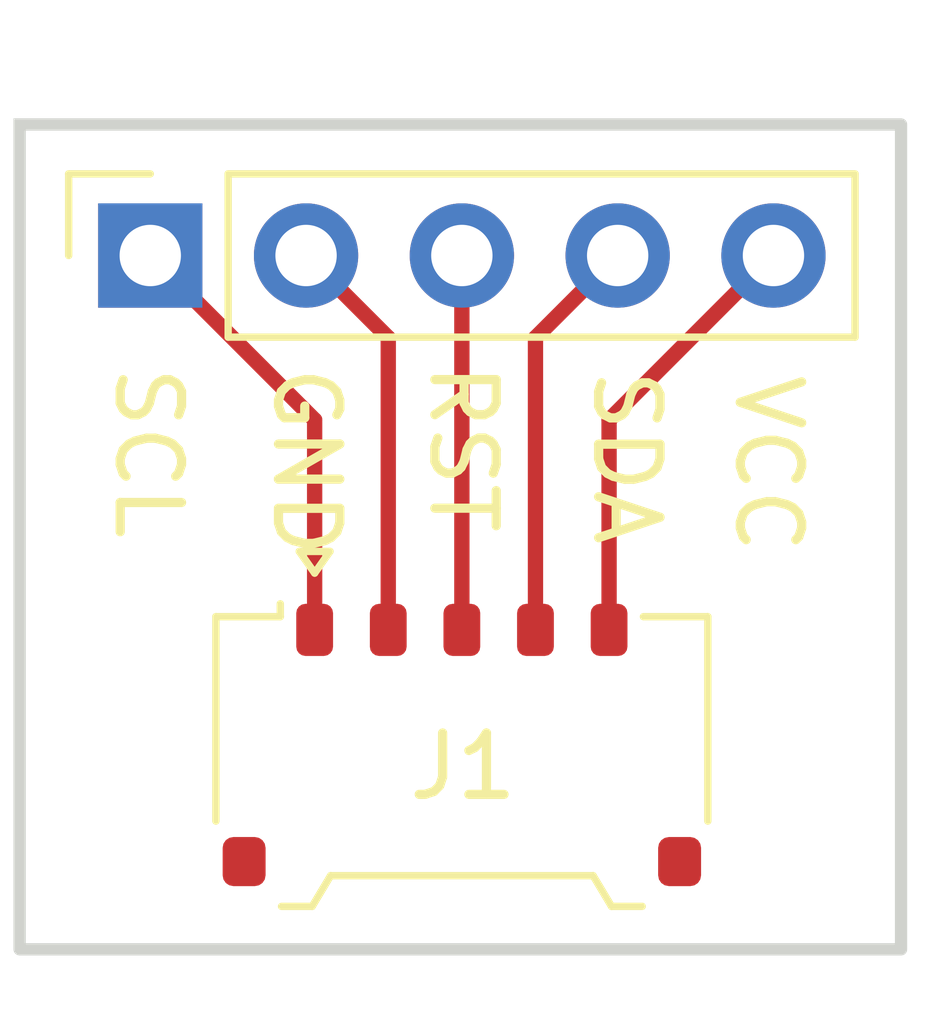
<source format=kicad_pcb>
(kicad_pcb (version 20221018) (generator pcbnew)
  (layers (0 "F.Cu" signal) (31 "B.Cu" signal) (34 "B.Paste" user) (35 "F.Paste" user) (36 "B.SilkS" user "B.Silkscreen") (37 "F.SilkS" user "F.Silkscreen") (38 "B.Mask" user) (39 "F.Mask" user) (44 "Edge.Cuts" user))
  (net 0 "")
  (net 1 "Net-(J1-Pin_1)")
  (net 2 "Net-(J1-Pin_2)")
  (net 3 "Net-(J1-Pin_3)")
  (net 4 "Net-(J1-Pin_4)")
  (net 5 "Net-(J1-Pin_5)")
  (footprint "Connector_Molex:Molex_Pico-EZmate_78171-0005_1x05-1MP_P1.20mm_Vertical" (layer "F.Cu") (at 23 26)
    (fp_text reference "J1" (at 0.02 0.35) (layer "F.SilkS"))
    (fp_text value "Conn_01x05_Socket")
    (fp_line (start -4.01 -2.09) (end -2.96 -2.09) (stroke (width 0.12)) (layer "F.SilkS"))
    (fp_line (start -4.01 1.24) (end -4.01 -2.09) (stroke (width 0.12)) (layer "F.SilkS"))
    (fp_line (start -2.96 -2.09) (end -2.96 -2.3) (stroke (width 0.12)) (layer "F.SilkS"))
    (fp_line (start -2.94 2.63) (end -2.44 2.63) (stroke (width 0.12)) (layer "F.SilkS"))
    (fp_line (start -2.65 -3.153553) (end -2.4 -2.8) (stroke (width 0.12)) (layer "F.SilkS"))
    (fp_line (start -2.44 2.63) (end -2.14 2.13) (stroke (width 0.12)) (layer "F.SilkS"))
    (fp_line (start -2.4 -2.8) (end -2.15 -3.153553) (stroke (width 0.12)) (layer "F.SilkS"))
    (fp_line (start -2.15 -3.153553) (end -2.65 -3.153553) (stroke (width 0.12)) (layer "F.SilkS"))
    (fp_line (start -2.14 2.13) (end 2.14 2.13) (stroke (width 0.12)) (layer "F.SilkS"))
    (fp_line (start 2.14 2.13) (end 2.44 2.63) (stroke (width 0.12)) (layer "F.SilkS"))
    (fp_line (start 2.44 2.63) (end 2.94 2.63) (stroke (width 0.12)) (layer "F.SilkS"))
    (fp_line (start 4.01 -2.09) (end 2.96 -2.09) (stroke (width 0.12)) (layer "F.SilkS"))
    (fp_line (start 4.01 1.24) (end 4.01 -2.09) (stroke (width 0.12)) (layer "F.SilkS"))
    (pad "1" smd roundrect (at -2.4 -1.875) (size 0.6 0.85) (layers "F.Cu" "F.Paste" "F.Mask") (net 1 "Net-(J1-Pin_1)"))
    (pad "2" smd roundrect (at -1.2 -1.875) (size 0.6 0.85) (layers "F.Cu" "F.Paste" "F.Mask") (net 2 "Net-(J1-Pin_2)"))
    (pad "3" smd roundrect (at 0 -1.875) (size 0.6 0.85) (layers "F.Cu" "F.Paste" "F.Mask") (net 3 "Net-(J1-Pin_3)"))
    (pad "4" smd roundrect (at 1.2 -1.875) (size 0.6 0.85) (layers "F.Cu" "F.Paste" "F.Mask") (net 4 "Net-(J1-Pin_4)"))
    (pad "5" smd roundrect (at 2.4 -1.875) (size 0.6 0.85) (layers "F.Cu" "F.Paste" "F.Mask") (net 5 "Net-(J1-Pin_5)"))
    (pad "MP" smd roundrect (at -3.55 1.9) (size 0.7 0.8) (layers "F.Cu" "F.Paste" "F.Mask"))
    (pad "MP" smd roundrect (at 3.55 1.9) (size 0.7 0.8) (layers "F.Cu" "F.Paste" "F.Mask"))
  )
  (footprint "Connector_PinSocket_2.54mm:PinSocket_1x05_P2.54mm_Vertical" (layer "F.Cu") (at 17.92 18.025 90)
    (fp_text reference "J2" hide)
    (fp_text value "Conn_01x05_Socket")
    (fp_line (start -1.33 1.27) (end -1.33 11.49) (stroke (width 0.12)) (layer "F.SilkS"))
    (fp_line (start -1.33 1.27) (end 1.33 1.27) (stroke (width 0.12)) (layer "F.SilkS"))
    (fp_line (start -1.33 11.49) (end 1.33 11.49) (stroke (width 0.12)) (layer "F.SilkS"))
    (fp_line (start 0 -1.33) (end 1.33 -1.33) (stroke (width 0.12)) (layer "F.SilkS"))
    (fp_line (start 1.33 -1.33) (end 1.33 0) (stroke (width 0.12)) (layer "F.SilkS"))
    (fp_line (start 1.33 1.27) (end 1.33 11.49) (stroke (width 0.12)) (layer "F.SilkS"))
    (pad "1" thru_hole rect (at 0 0 90) (size 1.7 1.7) (drill 1) (layers "*.Cu" "*.Mask") (net 1 "Net-(J1-Pin_1)"))
    (pad "2" thru_hole oval (at 0 2.54 90) (size 1.7 1.7) (drill 1) (layers "*.Cu" "*.Mask") (net 2 "Net-(J1-Pin_2)"))
    (pad "3" thru_hole oval (at 0 5.08 90) (size 1.7 1.7) (drill 1) (layers "*.Cu" "*.Mask") (net 3 "Net-(J1-Pin_3)"))
    (pad "4" thru_hole oval (at 0 7.62 90) (size 1.7 1.7) (drill 1) (layers "*.Cu" "*.Mask") (net 4 "Net-(J1-Pin_4)"))
    (pad "5" thru_hole oval (at 0 10.16 90) (size 1.7 1.7) (drill 1) (layers "*.Cu" "*.Mask") (net 5 "Net-(J1-Pin_5)"))
  )
  (gr_rect (start 15.79 15.89) (end 30.16 29.33) (stroke (width 0.2)) (fill none) (layer "Edge.Cuts"))
  (gr_text "RST" (at 22.43 19.71 -90) (layer "F.SilkS") (effects (font (size 1 1)) (justify left bottom)))
  (gr_text "SDA" (at 25.1 19.81 -90) (layer "F.SilkS") (effects (font (size 1 1)) (justify left bottom)))
  (gr_text "SCL" (at 17.3 19.76 -90) (layer "F.SilkS") (effects (font (size 1 1)) (justify left bottom)))
  (gr_text "GND" (at 19.88 19.76 -90) (layer "F.SilkS") (effects (font (size 1 1)) (justify left bottom)))
  (gr_text "VCC" (at 27.41 19.89 -90) (layer "F.SilkS") (effects (font (size 1 1)) (justify left bottom)))
  (segment (start 20.6 20.705) (end 17.92 18.025) (width 0.25) (layer "F.Cu") (net 1))
  (segment (start 20.6 24.125) (end 20.6 20.705) (width 0.25) (layer "F.Cu") (net 1))
  (segment (start 21.8 19.365) (end 20.46 18.025) (width 0.25) (layer "F.Cu") (net 2))
  (segment (start 21.8 24.125) (end 21.8 19.365) (width 0.25) (layer "F.Cu") (net 2))
  (segment (start 23 24.125) (end 23 18.025) (width 0.25) (layer "F.Cu") (net 3))
  (segment (start 24.2 19.365) (end 25.54 18.025) (width 0.25) (layer "F.Cu") (net 4))
  (segment (start 24.2 24.125) (end 24.2 19.365) (width 0.25) (layer "F.Cu") (net 4))
  (segment (start 25.4 24.125) (end 25.4 20.705) (width 0.25) (layer "F.Cu") (net 5))
  (segment (start 25.4 20.705) (end 28.08 18.025) (width 0.25) (layer "F.Cu") (net 5))
)
</source>
